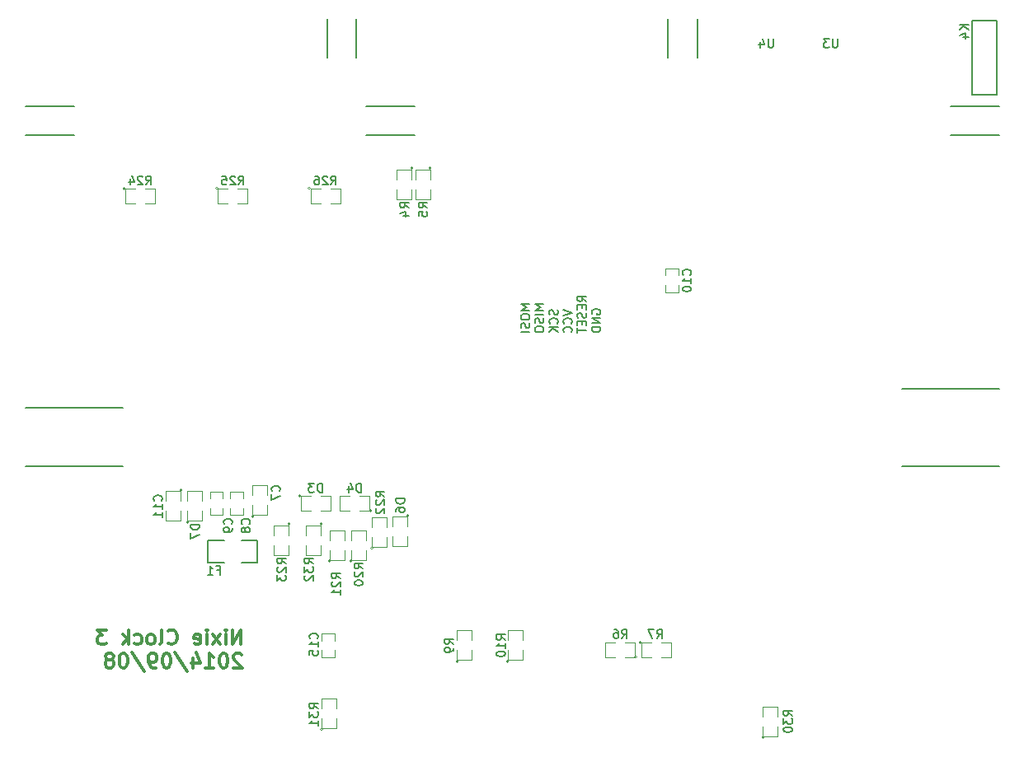
<source format=gbo>
G04 (created by PCBNEW (2013-07-07 BZR 4022)-stable) date 2014/09/08 2:10:31*
%MOIN*%
G04 Gerber Fmt 3.4, Leading zero omitted, Abs format*
%FSLAX34Y34*%
G01*
G70*
G90*
G04 APERTURE LIST*
%ADD10C,0.00590551*%
%ADD11C,0.00787402*%
%ADD12C,0.011811*%
%ADD13C,0.005*%
%ADD14C,0.0039*%
%ADD15C,0.0047*%
G04 APERTURE END LIST*
G54D10*
G54D11*
X1968Y30708D02*
X0Y30708D01*
X13385Y35433D02*
X13385Y33858D01*
X15748Y30708D02*
X13779Y30708D01*
X13779Y31889D02*
X15748Y31889D01*
X25984Y35433D02*
X25984Y33858D01*
X0Y31889D02*
X1968Y31889D01*
X12204Y35433D02*
X12204Y33858D01*
X12204Y35433D02*
X12204Y33858D01*
X27165Y35433D02*
X27165Y33858D01*
X39370Y31889D02*
X37401Y31889D01*
X37401Y30708D02*
X39370Y30708D01*
X0Y31889D02*
X1968Y31889D01*
X3937Y19685D02*
X0Y19685D01*
X0Y17322D02*
X3937Y17322D01*
X39370Y17322D02*
X35433Y17322D01*
X35433Y20472D02*
X39370Y20472D01*
G54D12*
X8717Y10115D02*
X8717Y10705D01*
X8380Y10115D01*
X8380Y10705D01*
X8098Y10115D02*
X8098Y10508D01*
X8098Y10705D02*
X8127Y10677D01*
X8098Y10649D01*
X8070Y10677D01*
X8098Y10705D01*
X8098Y10649D01*
X7874Y10115D02*
X7564Y10508D01*
X7874Y10508D02*
X7564Y10115D01*
X7339Y10115D02*
X7339Y10508D01*
X7339Y10705D02*
X7367Y10677D01*
X7339Y10649D01*
X7311Y10677D01*
X7339Y10705D01*
X7339Y10649D01*
X6833Y10143D02*
X6889Y10115D01*
X7002Y10115D01*
X7058Y10143D01*
X7086Y10199D01*
X7086Y10424D01*
X7058Y10480D01*
X7002Y10508D01*
X6889Y10508D01*
X6833Y10480D01*
X6805Y10424D01*
X6805Y10368D01*
X7086Y10312D01*
X5764Y10171D02*
X5793Y10143D01*
X5877Y10115D01*
X5933Y10115D01*
X6017Y10143D01*
X6074Y10199D01*
X6102Y10255D01*
X6130Y10368D01*
X6130Y10452D01*
X6102Y10565D01*
X6074Y10621D01*
X6017Y10677D01*
X5933Y10705D01*
X5877Y10705D01*
X5793Y10677D01*
X5764Y10649D01*
X5427Y10115D02*
X5483Y10143D01*
X5511Y10199D01*
X5511Y10705D01*
X5118Y10115D02*
X5174Y10143D01*
X5202Y10171D01*
X5230Y10227D01*
X5230Y10396D01*
X5202Y10452D01*
X5174Y10480D01*
X5118Y10508D01*
X5033Y10508D01*
X4977Y10480D01*
X4949Y10452D01*
X4921Y10396D01*
X4921Y10227D01*
X4949Y10171D01*
X4977Y10143D01*
X5033Y10115D01*
X5118Y10115D01*
X4415Y10143D02*
X4471Y10115D01*
X4583Y10115D01*
X4640Y10143D01*
X4668Y10171D01*
X4696Y10227D01*
X4696Y10396D01*
X4668Y10452D01*
X4640Y10480D01*
X4583Y10508D01*
X4471Y10508D01*
X4415Y10480D01*
X4161Y10115D02*
X4161Y10705D01*
X4105Y10340D02*
X3937Y10115D01*
X3937Y10508D02*
X4161Y10284D01*
X3290Y10705D02*
X2924Y10705D01*
X3121Y10480D01*
X3037Y10480D01*
X2980Y10452D01*
X2952Y10424D01*
X2924Y10368D01*
X2924Y10227D01*
X2952Y10171D01*
X2980Y10143D01*
X3037Y10115D01*
X3205Y10115D01*
X3262Y10143D01*
X3290Y10171D01*
X8745Y9704D02*
X8717Y9732D01*
X8661Y9760D01*
X8520Y9760D01*
X8464Y9732D01*
X8436Y9704D01*
X8408Y9648D01*
X8408Y9592D01*
X8436Y9507D01*
X8773Y9170D01*
X8408Y9170D01*
X8042Y9760D02*
X7986Y9760D01*
X7930Y9732D01*
X7902Y9704D01*
X7874Y9648D01*
X7845Y9535D01*
X7845Y9395D01*
X7874Y9282D01*
X7902Y9226D01*
X7930Y9198D01*
X7986Y9170D01*
X8042Y9170D01*
X8098Y9198D01*
X8127Y9226D01*
X8155Y9282D01*
X8183Y9395D01*
X8183Y9535D01*
X8155Y9648D01*
X8127Y9704D01*
X8098Y9732D01*
X8042Y9760D01*
X7283Y9170D02*
X7620Y9170D01*
X7452Y9170D02*
X7452Y9760D01*
X7508Y9676D01*
X7564Y9620D01*
X7620Y9592D01*
X6777Y9564D02*
X6777Y9170D01*
X6917Y9789D02*
X7058Y9367D01*
X6692Y9367D01*
X6046Y9789D02*
X6552Y9029D01*
X5736Y9760D02*
X5680Y9760D01*
X5624Y9732D01*
X5596Y9704D01*
X5568Y9648D01*
X5539Y9535D01*
X5539Y9395D01*
X5568Y9282D01*
X5596Y9226D01*
X5624Y9198D01*
X5680Y9170D01*
X5736Y9170D01*
X5793Y9198D01*
X5821Y9226D01*
X5849Y9282D01*
X5877Y9395D01*
X5877Y9535D01*
X5849Y9648D01*
X5821Y9704D01*
X5793Y9732D01*
X5736Y9760D01*
X5258Y9170D02*
X5146Y9170D01*
X5089Y9198D01*
X5061Y9226D01*
X5005Y9311D01*
X4977Y9423D01*
X4977Y9648D01*
X5005Y9704D01*
X5033Y9732D01*
X5089Y9760D01*
X5202Y9760D01*
X5258Y9732D01*
X5286Y9704D01*
X5314Y9648D01*
X5314Y9507D01*
X5286Y9451D01*
X5258Y9423D01*
X5202Y9395D01*
X5089Y9395D01*
X5033Y9423D01*
X5005Y9451D01*
X4977Y9507D01*
X4302Y9789D02*
X4808Y9029D01*
X3993Y9760D02*
X3937Y9760D01*
X3880Y9732D01*
X3852Y9704D01*
X3824Y9648D01*
X3796Y9535D01*
X3796Y9395D01*
X3824Y9282D01*
X3852Y9226D01*
X3880Y9198D01*
X3937Y9170D01*
X3993Y9170D01*
X4049Y9198D01*
X4077Y9226D01*
X4105Y9282D01*
X4133Y9395D01*
X4133Y9535D01*
X4105Y9648D01*
X4077Y9704D01*
X4049Y9732D01*
X3993Y9760D01*
X3458Y9507D02*
X3515Y9535D01*
X3543Y9564D01*
X3571Y9620D01*
X3571Y9648D01*
X3543Y9704D01*
X3515Y9732D01*
X3458Y9760D01*
X3346Y9760D01*
X3290Y9732D01*
X3262Y9704D01*
X3233Y9648D01*
X3233Y9620D01*
X3262Y9564D01*
X3290Y9535D01*
X3346Y9507D01*
X3458Y9507D01*
X3515Y9479D01*
X3543Y9451D01*
X3571Y9395D01*
X3571Y9282D01*
X3543Y9226D01*
X3515Y9198D01*
X3458Y9170D01*
X3346Y9170D01*
X3290Y9198D01*
X3262Y9226D01*
X3233Y9282D01*
X3233Y9395D01*
X3262Y9451D01*
X3290Y9479D01*
X3346Y9507D01*
G54D11*
X20379Y23875D02*
X20025Y23875D01*
X20278Y23757D01*
X20025Y23638D01*
X20379Y23638D01*
X20025Y23402D02*
X20025Y23335D01*
X20042Y23301D01*
X20075Y23267D01*
X20143Y23250D01*
X20261Y23250D01*
X20329Y23267D01*
X20362Y23301D01*
X20379Y23335D01*
X20379Y23402D01*
X20362Y23436D01*
X20329Y23470D01*
X20261Y23487D01*
X20143Y23487D01*
X20075Y23470D01*
X20042Y23436D01*
X20025Y23402D01*
X20362Y23115D02*
X20379Y23065D01*
X20379Y22980D01*
X20362Y22947D01*
X20345Y22930D01*
X20312Y22913D01*
X20278Y22913D01*
X20244Y22930D01*
X20227Y22947D01*
X20210Y22980D01*
X20194Y23048D01*
X20177Y23082D01*
X20160Y23098D01*
X20126Y23115D01*
X20092Y23115D01*
X20059Y23098D01*
X20042Y23082D01*
X20025Y23048D01*
X20025Y22964D01*
X20042Y22913D01*
X20379Y22761D02*
X20025Y22761D01*
X20954Y23875D02*
X20600Y23875D01*
X20853Y23757D01*
X20600Y23638D01*
X20954Y23638D01*
X20954Y23470D02*
X20600Y23470D01*
X20937Y23318D02*
X20954Y23267D01*
X20954Y23183D01*
X20937Y23149D01*
X20920Y23132D01*
X20886Y23115D01*
X20853Y23115D01*
X20819Y23132D01*
X20802Y23149D01*
X20785Y23183D01*
X20768Y23250D01*
X20751Y23284D01*
X20735Y23301D01*
X20701Y23318D01*
X20667Y23318D01*
X20633Y23301D01*
X20616Y23284D01*
X20600Y23250D01*
X20600Y23166D01*
X20616Y23115D01*
X20600Y22896D02*
X20600Y22829D01*
X20616Y22795D01*
X20650Y22761D01*
X20718Y22744D01*
X20836Y22744D01*
X20903Y22761D01*
X20937Y22795D01*
X20954Y22829D01*
X20954Y22896D01*
X20937Y22930D01*
X20903Y22964D01*
X20836Y22980D01*
X20718Y22980D01*
X20650Y22964D01*
X20616Y22930D01*
X20600Y22896D01*
X21512Y23655D02*
X21529Y23605D01*
X21529Y23520D01*
X21512Y23487D01*
X21495Y23470D01*
X21461Y23453D01*
X21428Y23453D01*
X21394Y23470D01*
X21377Y23487D01*
X21360Y23520D01*
X21343Y23588D01*
X21326Y23622D01*
X21309Y23638D01*
X21276Y23655D01*
X21242Y23655D01*
X21208Y23638D01*
X21191Y23622D01*
X21174Y23588D01*
X21174Y23503D01*
X21191Y23453D01*
X21495Y23098D02*
X21512Y23115D01*
X21529Y23166D01*
X21529Y23200D01*
X21512Y23250D01*
X21478Y23284D01*
X21444Y23301D01*
X21377Y23318D01*
X21326Y23318D01*
X21259Y23301D01*
X21225Y23284D01*
X21191Y23250D01*
X21174Y23200D01*
X21174Y23166D01*
X21191Y23115D01*
X21208Y23098D01*
X21529Y22947D02*
X21174Y22947D01*
X21529Y22744D02*
X21326Y22896D01*
X21174Y22744D02*
X21377Y22947D01*
X21749Y23655D02*
X22104Y23537D01*
X21749Y23419D01*
X22070Y23098D02*
X22087Y23115D01*
X22104Y23166D01*
X22104Y23200D01*
X22087Y23250D01*
X22053Y23284D01*
X22019Y23301D01*
X21952Y23318D01*
X21901Y23318D01*
X21834Y23301D01*
X21800Y23284D01*
X21766Y23250D01*
X21749Y23200D01*
X21749Y23166D01*
X21766Y23115D01*
X21783Y23098D01*
X22070Y22744D02*
X22087Y22761D01*
X22104Y22812D01*
X22104Y22845D01*
X22087Y22896D01*
X22053Y22930D01*
X22019Y22947D01*
X21952Y22964D01*
X21901Y22964D01*
X21834Y22947D01*
X21800Y22930D01*
X21766Y22896D01*
X21749Y22845D01*
X21749Y22812D01*
X21766Y22761D01*
X21783Y22744D01*
X22678Y23993D02*
X22510Y24111D01*
X22678Y24195D02*
X22324Y24195D01*
X22324Y24060D01*
X22341Y24026D01*
X22358Y24010D01*
X22392Y23993D01*
X22442Y23993D01*
X22476Y24010D01*
X22493Y24026D01*
X22510Y24060D01*
X22510Y24195D01*
X22493Y23841D02*
X22493Y23723D01*
X22678Y23672D02*
X22678Y23841D01*
X22324Y23841D01*
X22324Y23672D01*
X22661Y23537D02*
X22678Y23487D01*
X22678Y23402D01*
X22661Y23368D01*
X22645Y23352D01*
X22611Y23335D01*
X22577Y23335D01*
X22543Y23352D01*
X22526Y23368D01*
X22510Y23402D01*
X22493Y23470D01*
X22476Y23503D01*
X22459Y23520D01*
X22425Y23537D01*
X22392Y23537D01*
X22358Y23520D01*
X22341Y23503D01*
X22324Y23470D01*
X22324Y23385D01*
X22341Y23335D01*
X22493Y23183D02*
X22493Y23065D01*
X22678Y23014D02*
X22678Y23183D01*
X22324Y23183D01*
X22324Y23014D01*
X22324Y22913D02*
X22324Y22710D01*
X22678Y22812D02*
X22324Y22812D01*
X22916Y23487D02*
X22899Y23520D01*
X22899Y23571D01*
X22916Y23622D01*
X22949Y23655D01*
X22983Y23672D01*
X23051Y23689D01*
X23101Y23689D01*
X23169Y23672D01*
X23203Y23655D01*
X23236Y23622D01*
X23253Y23571D01*
X23253Y23537D01*
X23236Y23487D01*
X23219Y23470D01*
X23101Y23470D01*
X23101Y23537D01*
X23253Y23318D02*
X22899Y23318D01*
X23253Y23115D01*
X22899Y23115D01*
X23253Y22947D02*
X22899Y22947D01*
X22899Y22862D01*
X22916Y22812D01*
X22949Y22778D01*
X22983Y22761D01*
X23051Y22744D01*
X23101Y22744D01*
X23169Y22761D01*
X23203Y22778D01*
X23236Y22812D01*
X23253Y22862D01*
X23253Y22947D01*
G54D13*
X7385Y13408D02*
X7385Y14308D01*
X7385Y14308D02*
X8035Y14308D01*
X8735Y13408D02*
X9385Y13408D01*
X9385Y13408D02*
X9385Y14308D01*
X9385Y14308D02*
X8735Y14308D01*
X8035Y13408D02*
X7385Y13408D01*
G54D14*
X29868Y6357D02*
G75*
G03X29868Y6357I-50J0D01*
G74*
G01*
X29818Y6807D02*
X29818Y6407D01*
X29818Y6407D02*
X30418Y6407D01*
X30418Y6407D02*
X30418Y6807D01*
X30418Y7207D02*
X30418Y7607D01*
X30418Y7607D02*
X29818Y7607D01*
X29818Y7607D02*
X29818Y7207D01*
X14061Y14015D02*
G75*
G03X14061Y14015I-50J0D01*
G74*
G01*
X14011Y14465D02*
X14011Y14065D01*
X14011Y14065D02*
X14611Y14065D01*
X14611Y14065D02*
X14611Y14465D01*
X14611Y14865D02*
X14611Y15265D01*
X14611Y15265D02*
X14011Y15265D01*
X14011Y15265D02*
X14011Y14865D01*
X9238Y15294D02*
G75*
G03X9238Y15294I-50J0D01*
G74*
G01*
X9188Y15744D02*
X9188Y15344D01*
X9188Y15344D02*
X9788Y15344D01*
X9788Y15344D02*
X9788Y15744D01*
X9788Y16144D02*
X9788Y16544D01*
X9788Y16544D02*
X9188Y16544D01*
X9188Y16544D02*
X9188Y16144D01*
X6334Y16358D02*
G75*
G03X6334Y16358I-50J0D01*
G74*
G01*
X6284Y15908D02*
X6284Y16308D01*
X6284Y16308D02*
X5684Y16308D01*
X5684Y16308D02*
X5684Y15908D01*
X5684Y15508D02*
X5684Y15108D01*
X5684Y15108D02*
X6284Y15108D01*
X6284Y15108D02*
X6284Y15508D01*
X13214Y13483D02*
G75*
G03X13214Y13483I-50J0D01*
G74*
G01*
X13164Y13933D02*
X13164Y13533D01*
X13164Y13533D02*
X13764Y13533D01*
X13764Y13533D02*
X13764Y13933D01*
X13764Y14333D02*
X13764Y14733D01*
X13764Y14733D02*
X13164Y14733D01*
X13164Y14733D02*
X13164Y14333D01*
X12348Y13483D02*
G75*
G03X12348Y13483I-50J0D01*
G74*
G01*
X12298Y13933D02*
X12298Y13533D01*
X12298Y13533D02*
X12898Y13533D01*
X12898Y13533D02*
X12898Y13933D01*
X12898Y14333D02*
X12898Y14733D01*
X12898Y14733D02*
X12298Y14733D01*
X12298Y14733D02*
X12298Y14333D01*
X10704Y14980D02*
G75*
G03X10704Y14980I-50J0D01*
G74*
G01*
X10654Y14530D02*
X10654Y14930D01*
X10654Y14930D02*
X10054Y14930D01*
X10054Y14930D02*
X10054Y14530D01*
X10054Y14130D02*
X10054Y13730D01*
X10054Y13730D02*
X10654Y13730D01*
X10654Y13730D02*
X10654Y14130D01*
X14007Y15526D02*
G75*
G03X14007Y15526I-50J0D01*
G74*
G01*
X13507Y15526D02*
X13907Y15526D01*
X13907Y15526D02*
X13907Y16126D01*
X13907Y16126D02*
X13507Y16126D01*
X13107Y16126D02*
X12707Y16126D01*
X12707Y16126D02*
X12707Y15526D01*
X12707Y15526D02*
X13107Y15526D01*
X12033Y6672D02*
G75*
G03X12033Y6672I-50J0D01*
G74*
G01*
X11983Y7122D02*
X11983Y6722D01*
X11983Y6722D02*
X12583Y6722D01*
X12583Y6722D02*
X12583Y7122D01*
X12583Y7522D02*
X12583Y7922D01*
X12583Y7922D02*
X11983Y7922D01*
X11983Y7922D02*
X11983Y7522D01*
X15674Y29390D02*
G75*
G03X15674Y29390I-50J0D01*
G74*
G01*
X15624Y28940D02*
X15624Y29340D01*
X15624Y29340D02*
X15024Y29340D01*
X15024Y29340D02*
X15024Y28940D01*
X15024Y28540D02*
X15024Y28140D01*
X15024Y28140D02*
X15624Y28140D01*
X15624Y28140D02*
X15624Y28540D01*
X16422Y29390D02*
G75*
G03X16422Y29390I-50J0D01*
G74*
G01*
X16372Y28940D02*
X16372Y29340D01*
X16372Y29340D02*
X15772Y29340D01*
X15772Y29340D02*
X15772Y28940D01*
X15772Y28540D02*
X15772Y28140D01*
X15772Y28140D02*
X16372Y28140D01*
X16372Y28140D02*
X16372Y28540D01*
X24901Y10201D02*
G75*
G03X24901Y10201I-50J0D01*
G74*
G01*
X25301Y10201D02*
X24901Y10201D01*
X24901Y10201D02*
X24901Y9601D01*
X24901Y9601D02*
X25301Y9601D01*
X25701Y9601D02*
X26101Y9601D01*
X26101Y9601D02*
X26101Y10201D01*
X26101Y10201D02*
X25701Y10201D01*
X4045Y28567D02*
G75*
G03X4045Y28567I-50J0D01*
G74*
G01*
X4445Y28567D02*
X4045Y28567D01*
X4045Y28567D02*
X4045Y27967D01*
X4045Y27967D02*
X4445Y27967D01*
X4845Y27967D02*
X5245Y27967D01*
X5245Y27967D02*
X5245Y28567D01*
X5245Y28567D02*
X4845Y28567D01*
X17504Y9427D02*
G75*
G03X17504Y9427I-50J0D01*
G74*
G01*
X17454Y9877D02*
X17454Y9477D01*
X17454Y9477D02*
X18054Y9477D01*
X18054Y9477D02*
X18054Y9877D01*
X18054Y10277D02*
X18054Y10677D01*
X18054Y10677D02*
X17454Y10677D01*
X17454Y10677D02*
X17454Y10277D01*
X19551Y9427D02*
G75*
G03X19551Y9427I-50J0D01*
G74*
G01*
X19501Y9877D02*
X19501Y9477D01*
X19501Y9477D02*
X20101Y9477D01*
X20101Y9477D02*
X20101Y9877D01*
X20101Y10277D02*
X20101Y10677D01*
X20101Y10677D02*
X19501Y10677D01*
X19501Y10677D02*
X19501Y10277D01*
X7785Y28567D02*
G75*
G03X7785Y28567I-50J0D01*
G74*
G01*
X8185Y28567D02*
X7785Y28567D01*
X7785Y28567D02*
X7785Y27967D01*
X7785Y27967D02*
X8185Y27967D01*
X8585Y27967D02*
X8985Y27967D01*
X8985Y27967D02*
X8985Y28567D01*
X8985Y28567D02*
X8585Y28567D01*
X11525Y28567D02*
G75*
G03X11525Y28567I-50J0D01*
G74*
G01*
X11925Y28567D02*
X11525Y28567D01*
X11525Y28567D02*
X11525Y27967D01*
X11525Y27967D02*
X11925Y27967D01*
X12325Y27967D02*
X12725Y27967D01*
X12725Y27967D02*
X12725Y28567D01*
X12725Y28567D02*
X12325Y28567D01*
X24725Y9601D02*
G75*
G03X24725Y9601I-50J0D01*
G74*
G01*
X24225Y9601D02*
X24625Y9601D01*
X24625Y9601D02*
X24625Y10201D01*
X24625Y10201D02*
X24225Y10201D01*
X23825Y10201D02*
X23425Y10201D01*
X23425Y10201D02*
X23425Y9601D01*
X23425Y9601D02*
X23825Y9601D01*
X11132Y16126D02*
G75*
G03X11132Y16126I-50J0D01*
G74*
G01*
X11532Y16126D02*
X11132Y16126D01*
X11132Y16126D02*
X11132Y15526D01*
X11132Y15526D02*
X11532Y15526D01*
X11932Y15526D02*
X12332Y15526D01*
X12332Y15526D02*
X12332Y16126D01*
X12332Y16126D02*
X11932Y16126D01*
G54D15*
X8287Y16023D02*
X8287Y16298D01*
X8287Y15629D02*
X8287Y15354D01*
X8799Y16023D02*
X8799Y16298D01*
X8799Y15354D02*
X8799Y15629D01*
X8793Y16298D02*
X8293Y16298D01*
X8293Y15354D02*
X8793Y15354D01*
X7460Y16023D02*
X7460Y16298D01*
X7460Y15629D02*
X7460Y15354D01*
X7972Y16023D02*
X7972Y16298D01*
X7972Y15354D02*
X7972Y15629D01*
X7966Y16298D02*
X7466Y16298D01*
X7466Y15354D02*
X7966Y15354D01*
X12498Y9880D02*
X12498Y9605D01*
X12498Y10274D02*
X12498Y10549D01*
X11986Y9880D02*
X11986Y9605D01*
X11986Y10549D02*
X11986Y10274D01*
X11992Y9605D02*
X12492Y9605D01*
X12492Y10549D02*
X11992Y10549D01*
X25888Y25042D02*
X25888Y25317D01*
X25888Y24648D02*
X25888Y24373D01*
X26400Y25042D02*
X26400Y25317D01*
X26400Y24373D02*
X26400Y24648D01*
X26394Y25317D02*
X25894Y25317D01*
X25894Y24373D02*
X26394Y24373D01*
G54D10*
X38279Y35358D02*
X38279Y32358D01*
X38279Y32358D02*
X39279Y32358D01*
X39279Y32358D02*
X39279Y35358D01*
X39279Y35358D02*
X38279Y35358D01*
G54D14*
X15507Y15335D02*
G75*
G03X15507Y15335I-50J0D01*
G74*
G01*
X15457Y14885D02*
X15457Y15285D01*
X15457Y15285D02*
X14857Y15285D01*
X14857Y15285D02*
X14857Y14885D01*
X14857Y14485D02*
X14857Y14085D01*
X14857Y14085D02*
X15457Y14085D01*
X15457Y14085D02*
X15457Y14485D01*
X6600Y15058D02*
G75*
G03X6600Y15058I-50J0D01*
G74*
G01*
X6550Y15508D02*
X6550Y15108D01*
X6550Y15108D02*
X7150Y15108D01*
X7150Y15108D02*
X7150Y15508D01*
X7150Y15908D02*
X7150Y16308D01*
X7150Y16308D02*
X6550Y16308D01*
X6550Y16308D02*
X6550Y15908D01*
X12003Y14980D02*
G75*
G03X12003Y14980I-50J0D01*
G74*
G01*
X11953Y14530D02*
X11953Y14930D01*
X11953Y14930D02*
X11353Y14930D01*
X11353Y14930D02*
X11353Y14530D01*
X11353Y14130D02*
X11353Y13730D01*
X11353Y13730D02*
X11953Y13730D01*
X11953Y13730D02*
X11953Y14130D01*
G54D11*
X7755Y13113D02*
X7874Y13113D01*
X7874Y12927D02*
X7874Y13281D01*
X7705Y13281D01*
X7384Y12927D02*
X7587Y12927D01*
X7485Y12927D02*
X7485Y13281D01*
X7519Y13231D01*
X7553Y13197D01*
X7587Y13180D01*
X31009Y7235D02*
X30840Y7353D01*
X31009Y7438D02*
X30655Y7438D01*
X30655Y7303D01*
X30672Y7269D01*
X30688Y7252D01*
X30722Y7235D01*
X30773Y7235D01*
X30807Y7252D01*
X30823Y7269D01*
X30840Y7303D01*
X30840Y7438D01*
X30655Y7117D02*
X30655Y6898D01*
X30790Y7016D01*
X30790Y6965D01*
X30807Y6931D01*
X30823Y6915D01*
X30857Y6898D01*
X30942Y6898D01*
X30975Y6915D01*
X30992Y6931D01*
X31009Y6965D01*
X31009Y7066D01*
X30992Y7100D01*
X30975Y7117D01*
X30655Y6678D02*
X30655Y6645D01*
X30672Y6611D01*
X30688Y6594D01*
X30722Y6577D01*
X30790Y6560D01*
X30874Y6560D01*
X30942Y6577D01*
X30975Y6594D01*
X30992Y6611D01*
X31009Y6645D01*
X31009Y6678D01*
X30992Y6712D01*
X30975Y6729D01*
X30942Y6746D01*
X30874Y6763D01*
X30790Y6763D01*
X30722Y6746D01*
X30688Y6729D01*
X30672Y6712D01*
X30655Y6678D01*
X14513Y16093D02*
X14344Y16212D01*
X14513Y16296D02*
X14159Y16296D01*
X14159Y16161D01*
X14176Y16127D01*
X14192Y16110D01*
X14226Y16093D01*
X14277Y16093D01*
X14311Y16110D01*
X14327Y16127D01*
X14344Y16161D01*
X14344Y16296D01*
X14192Y15958D02*
X14176Y15942D01*
X14159Y15908D01*
X14159Y15823D01*
X14176Y15790D01*
X14192Y15773D01*
X14226Y15756D01*
X14260Y15756D01*
X14311Y15773D01*
X14513Y15975D01*
X14513Y15756D01*
X14192Y15621D02*
X14176Y15604D01*
X14159Y15570D01*
X14159Y15486D01*
X14176Y15452D01*
X14192Y15435D01*
X14226Y15419D01*
X14260Y15419D01*
X14311Y15435D01*
X14513Y15638D01*
X14513Y15419D01*
X10267Y16318D02*
X10284Y16335D01*
X10300Y16386D01*
X10300Y16420D01*
X10284Y16470D01*
X10250Y16504D01*
X10216Y16521D01*
X10149Y16538D01*
X10098Y16538D01*
X10030Y16521D01*
X9997Y16504D01*
X9963Y16470D01*
X9946Y16420D01*
X9946Y16386D01*
X9963Y16335D01*
X9980Y16318D01*
X9946Y16200D02*
X9946Y15964D01*
X10300Y16116D01*
X5503Y15936D02*
X5520Y15953D01*
X5537Y16003D01*
X5537Y16037D01*
X5520Y16088D01*
X5486Y16122D01*
X5452Y16138D01*
X5385Y16155D01*
X5334Y16155D01*
X5267Y16138D01*
X5233Y16122D01*
X5199Y16088D01*
X5182Y16037D01*
X5182Y16003D01*
X5199Y15953D01*
X5216Y15936D01*
X5537Y15598D02*
X5537Y15801D01*
X5537Y15700D02*
X5182Y15700D01*
X5233Y15733D01*
X5267Y15767D01*
X5284Y15801D01*
X5537Y15261D02*
X5537Y15464D01*
X5537Y15362D02*
X5182Y15362D01*
X5233Y15396D01*
X5267Y15430D01*
X5284Y15464D01*
X13647Y13180D02*
X13478Y13298D01*
X13647Y13383D02*
X13293Y13383D01*
X13293Y13248D01*
X13309Y13214D01*
X13326Y13197D01*
X13360Y13180D01*
X13411Y13180D01*
X13444Y13197D01*
X13461Y13214D01*
X13478Y13248D01*
X13478Y13383D01*
X13326Y13045D02*
X13309Y13028D01*
X13293Y12994D01*
X13293Y12910D01*
X13309Y12876D01*
X13326Y12859D01*
X13360Y12843D01*
X13394Y12843D01*
X13444Y12859D01*
X13647Y13062D01*
X13647Y12843D01*
X13293Y12623D02*
X13293Y12589D01*
X13309Y12556D01*
X13326Y12539D01*
X13360Y12522D01*
X13428Y12505D01*
X13512Y12505D01*
X13579Y12522D01*
X13613Y12539D01*
X13630Y12556D01*
X13647Y12589D01*
X13647Y12623D01*
X13630Y12657D01*
X13613Y12674D01*
X13579Y12691D01*
X13512Y12708D01*
X13428Y12708D01*
X13360Y12691D01*
X13326Y12674D01*
X13309Y12657D01*
X13293Y12623D01*
X12741Y12786D02*
X12573Y12904D01*
X12741Y12989D02*
X12387Y12989D01*
X12387Y12854D01*
X12404Y12820D01*
X12421Y12803D01*
X12455Y12786D01*
X12505Y12786D01*
X12539Y12803D01*
X12556Y12820D01*
X12573Y12854D01*
X12573Y12989D01*
X12421Y12651D02*
X12404Y12634D01*
X12387Y12601D01*
X12387Y12516D01*
X12404Y12483D01*
X12421Y12466D01*
X12455Y12449D01*
X12488Y12449D01*
X12539Y12466D01*
X12741Y12668D01*
X12741Y12449D01*
X12741Y12111D02*
X12741Y12314D01*
X12741Y12213D02*
X12387Y12213D01*
X12438Y12246D01*
X12471Y12280D01*
X12488Y12314D01*
X10537Y13377D02*
X10368Y13495D01*
X10537Y13579D02*
X10182Y13579D01*
X10182Y13444D01*
X10199Y13411D01*
X10216Y13394D01*
X10250Y13377D01*
X10300Y13377D01*
X10334Y13394D01*
X10351Y13411D01*
X10368Y13444D01*
X10368Y13579D01*
X10216Y13242D02*
X10199Y13225D01*
X10182Y13191D01*
X10182Y13107D01*
X10199Y13073D01*
X10216Y13056D01*
X10250Y13039D01*
X10284Y13039D01*
X10334Y13056D01*
X10537Y13259D01*
X10537Y13039D01*
X10182Y12921D02*
X10182Y12702D01*
X10317Y12820D01*
X10317Y12769D01*
X10334Y12736D01*
X10351Y12719D01*
X10385Y12702D01*
X10469Y12702D01*
X10503Y12719D01*
X10520Y12736D01*
X10537Y12769D01*
X10537Y12871D01*
X10520Y12904D01*
X10503Y12921D01*
X13568Y16273D02*
X13568Y16628D01*
X13484Y16628D01*
X13433Y16611D01*
X13399Y16577D01*
X13383Y16543D01*
X13366Y16476D01*
X13366Y16425D01*
X13383Y16358D01*
X13399Y16324D01*
X13433Y16290D01*
X13484Y16273D01*
X13568Y16273D01*
X13062Y16510D02*
X13062Y16273D01*
X13146Y16645D02*
X13231Y16392D01*
X13011Y16392D01*
X11836Y7511D02*
X11667Y7629D01*
X11836Y7713D02*
X11482Y7713D01*
X11482Y7578D01*
X11498Y7544D01*
X11515Y7528D01*
X11549Y7511D01*
X11600Y7511D01*
X11633Y7528D01*
X11650Y7544D01*
X11667Y7578D01*
X11667Y7713D01*
X11482Y7393D02*
X11482Y7173D01*
X11616Y7291D01*
X11616Y7241D01*
X11633Y7207D01*
X11650Y7190D01*
X11684Y7173D01*
X11768Y7173D01*
X11802Y7190D01*
X11819Y7207D01*
X11836Y7241D01*
X11836Y7342D01*
X11819Y7376D01*
X11802Y7393D01*
X11836Y6836D02*
X11836Y7038D01*
X11836Y6937D02*
X11482Y6937D01*
X11532Y6971D01*
X11566Y7005D01*
X11583Y7038D01*
X15497Y27775D02*
X15329Y27893D01*
X15497Y27978D02*
X15143Y27978D01*
X15143Y27843D01*
X15160Y27809D01*
X15177Y27792D01*
X15210Y27775D01*
X15261Y27775D01*
X15295Y27792D01*
X15312Y27809D01*
X15329Y27843D01*
X15329Y27978D01*
X15261Y27471D02*
X15497Y27471D01*
X15126Y27556D02*
X15379Y27640D01*
X15379Y27421D01*
X16245Y27775D02*
X16077Y27893D01*
X16245Y27978D02*
X15891Y27978D01*
X15891Y27843D01*
X15908Y27809D01*
X15925Y27792D01*
X15958Y27775D01*
X16009Y27775D01*
X16043Y27792D01*
X16060Y27809D01*
X16077Y27843D01*
X16077Y27978D01*
X15891Y27455D02*
X15891Y27623D01*
X16060Y27640D01*
X16043Y27623D01*
X16026Y27589D01*
X16026Y27505D01*
X16043Y27471D01*
X16060Y27455D01*
X16093Y27438D01*
X16178Y27438D01*
X16212Y27455D01*
X16228Y27471D01*
X16245Y27505D01*
X16245Y27589D01*
X16228Y27623D01*
X16212Y27640D01*
X25531Y10368D02*
X25649Y10537D01*
X25733Y10368D02*
X25733Y10722D01*
X25598Y10722D01*
X25565Y10705D01*
X25548Y10688D01*
X25531Y10655D01*
X25531Y10604D01*
X25548Y10570D01*
X25565Y10553D01*
X25598Y10537D01*
X25733Y10537D01*
X25413Y10722D02*
X25177Y10722D01*
X25329Y10368D01*
X4873Y28714D02*
X4991Y28883D01*
X5075Y28714D02*
X5075Y29069D01*
X4940Y29069D01*
X4907Y29052D01*
X4890Y29035D01*
X4873Y29001D01*
X4873Y28951D01*
X4890Y28917D01*
X4907Y28900D01*
X4940Y28883D01*
X5075Y28883D01*
X4738Y29035D02*
X4721Y29052D01*
X4687Y29069D01*
X4603Y29069D01*
X4569Y29052D01*
X4552Y29035D01*
X4535Y29001D01*
X4535Y28967D01*
X4552Y28917D01*
X4755Y28714D01*
X4535Y28714D01*
X4232Y28951D02*
X4232Y28714D01*
X4316Y29086D02*
X4401Y28832D01*
X4181Y28832D01*
X17308Y10137D02*
X17140Y10255D01*
X17308Y10340D02*
X16954Y10340D01*
X16954Y10205D01*
X16971Y10171D01*
X16988Y10154D01*
X17021Y10137D01*
X17072Y10137D01*
X17106Y10154D01*
X17123Y10171D01*
X17140Y10205D01*
X17140Y10340D01*
X17308Y9969D02*
X17308Y9901D01*
X17291Y9867D01*
X17275Y9850D01*
X17224Y9817D01*
X17156Y9800D01*
X17021Y9800D01*
X16988Y9817D01*
X16971Y9834D01*
X16954Y9867D01*
X16954Y9935D01*
X16971Y9969D01*
X16988Y9985D01*
X17021Y10002D01*
X17106Y10002D01*
X17140Y9985D01*
X17156Y9969D01*
X17173Y9935D01*
X17173Y9867D01*
X17156Y9834D01*
X17140Y9817D01*
X17106Y9800D01*
X19395Y10306D02*
X19226Y10424D01*
X19395Y10508D02*
X19041Y10508D01*
X19041Y10374D01*
X19057Y10340D01*
X19074Y10323D01*
X19108Y10306D01*
X19159Y10306D01*
X19192Y10323D01*
X19209Y10340D01*
X19226Y10374D01*
X19226Y10508D01*
X19395Y9969D02*
X19395Y10171D01*
X19395Y10070D02*
X19041Y10070D01*
X19091Y10104D01*
X19125Y10137D01*
X19142Y10171D01*
X19041Y9749D02*
X19041Y9715D01*
X19057Y9682D01*
X19074Y9665D01*
X19108Y9648D01*
X19176Y9631D01*
X19260Y9631D01*
X19327Y9648D01*
X19361Y9665D01*
X19378Y9682D01*
X19395Y9715D01*
X19395Y9749D01*
X19378Y9783D01*
X19361Y9800D01*
X19327Y9817D01*
X19260Y9834D01*
X19176Y9834D01*
X19108Y9817D01*
X19074Y9800D01*
X19057Y9783D01*
X19041Y9749D01*
X8613Y28714D02*
X8731Y28883D01*
X8816Y28714D02*
X8816Y29069D01*
X8681Y29069D01*
X8647Y29052D01*
X8630Y29035D01*
X8613Y29001D01*
X8613Y28951D01*
X8630Y28917D01*
X8647Y28900D01*
X8681Y28883D01*
X8816Y28883D01*
X8478Y29035D02*
X8461Y29052D01*
X8428Y29069D01*
X8343Y29069D01*
X8309Y29052D01*
X8293Y29035D01*
X8276Y29001D01*
X8276Y28967D01*
X8293Y28917D01*
X8495Y28714D01*
X8276Y28714D01*
X7955Y29069D02*
X8124Y29069D01*
X8141Y28900D01*
X8124Y28917D01*
X8090Y28934D01*
X8006Y28934D01*
X7972Y28917D01*
X7955Y28900D01*
X7938Y28866D01*
X7938Y28782D01*
X7955Y28748D01*
X7972Y28731D01*
X8006Y28714D01*
X8090Y28714D01*
X8124Y28731D01*
X8141Y28748D01*
X12353Y28714D02*
X12471Y28883D01*
X12556Y28714D02*
X12556Y29069D01*
X12421Y29069D01*
X12387Y29052D01*
X12370Y29035D01*
X12353Y29001D01*
X12353Y28951D01*
X12370Y28917D01*
X12387Y28900D01*
X12421Y28883D01*
X12556Y28883D01*
X12218Y29035D02*
X12201Y29052D01*
X12168Y29069D01*
X12083Y29069D01*
X12050Y29052D01*
X12033Y29035D01*
X12016Y29001D01*
X12016Y28967D01*
X12033Y28917D01*
X12235Y28714D01*
X12016Y28714D01*
X11712Y29069D02*
X11780Y29069D01*
X11813Y29052D01*
X11830Y29035D01*
X11864Y28984D01*
X11881Y28917D01*
X11881Y28782D01*
X11864Y28748D01*
X11847Y28731D01*
X11813Y28714D01*
X11746Y28714D01*
X11712Y28731D01*
X11695Y28748D01*
X11678Y28782D01*
X11678Y28866D01*
X11695Y28900D01*
X11712Y28917D01*
X11746Y28934D01*
X11813Y28934D01*
X11847Y28917D01*
X11864Y28900D01*
X11881Y28866D01*
X24114Y10368D02*
X24232Y10537D01*
X24316Y10368D02*
X24316Y10722D01*
X24181Y10722D01*
X24147Y10705D01*
X24131Y10688D01*
X24114Y10655D01*
X24114Y10604D01*
X24131Y10570D01*
X24147Y10553D01*
X24181Y10537D01*
X24316Y10537D01*
X23810Y10722D02*
X23877Y10722D01*
X23911Y10705D01*
X23928Y10688D01*
X23962Y10638D01*
X23979Y10570D01*
X23979Y10435D01*
X23962Y10402D01*
X23945Y10385D01*
X23911Y10368D01*
X23844Y10368D01*
X23810Y10385D01*
X23793Y10402D01*
X23776Y10435D01*
X23776Y10520D01*
X23793Y10553D01*
X23810Y10570D01*
X23844Y10587D01*
X23911Y10587D01*
X23945Y10570D01*
X23962Y10553D01*
X23979Y10520D01*
X11993Y16273D02*
X11993Y16628D01*
X11909Y16628D01*
X11858Y16611D01*
X11825Y16577D01*
X11808Y16543D01*
X11791Y16476D01*
X11791Y16425D01*
X11808Y16358D01*
X11825Y16324D01*
X11858Y16290D01*
X11909Y16273D01*
X11993Y16273D01*
X11673Y16628D02*
X11453Y16628D01*
X11571Y16493D01*
X11521Y16493D01*
X11487Y16476D01*
X11470Y16459D01*
X11453Y16425D01*
X11453Y16341D01*
X11470Y16307D01*
X11487Y16290D01*
X11521Y16273D01*
X11622Y16273D01*
X11656Y16290D01*
X11673Y16307D01*
X9046Y14980D02*
X9063Y14997D01*
X9080Y15047D01*
X9080Y15081D01*
X9063Y15132D01*
X9029Y15165D01*
X8996Y15182D01*
X8928Y15199D01*
X8877Y15199D01*
X8810Y15182D01*
X8776Y15165D01*
X8742Y15132D01*
X8726Y15081D01*
X8726Y15047D01*
X8742Y14997D01*
X8759Y14980D01*
X8877Y14777D02*
X8861Y14811D01*
X8844Y14828D01*
X8810Y14845D01*
X8793Y14845D01*
X8759Y14828D01*
X8742Y14811D01*
X8726Y14777D01*
X8726Y14710D01*
X8742Y14676D01*
X8759Y14659D01*
X8793Y14642D01*
X8810Y14642D01*
X8844Y14659D01*
X8861Y14676D01*
X8877Y14710D01*
X8877Y14777D01*
X8894Y14811D01*
X8911Y14828D01*
X8945Y14845D01*
X9012Y14845D01*
X9046Y14828D01*
X9063Y14811D01*
X9080Y14777D01*
X9080Y14710D01*
X9063Y14676D01*
X9046Y14659D01*
X9012Y14642D01*
X8945Y14642D01*
X8911Y14659D01*
X8894Y14676D01*
X8877Y14710D01*
X8338Y14980D02*
X8354Y14997D01*
X8371Y15047D01*
X8371Y15081D01*
X8354Y15132D01*
X8321Y15165D01*
X8287Y15182D01*
X8219Y15199D01*
X8169Y15199D01*
X8101Y15182D01*
X8068Y15165D01*
X8034Y15132D01*
X8017Y15081D01*
X8017Y15047D01*
X8034Y14997D01*
X8051Y14980D01*
X8371Y14811D02*
X8371Y14744D01*
X8354Y14710D01*
X8338Y14693D01*
X8287Y14659D01*
X8219Y14642D01*
X8084Y14642D01*
X8051Y14659D01*
X8034Y14676D01*
X8017Y14710D01*
X8017Y14777D01*
X8034Y14811D01*
X8051Y14828D01*
X8084Y14845D01*
X8169Y14845D01*
X8203Y14828D01*
X8219Y14811D01*
X8236Y14777D01*
X8236Y14710D01*
X8219Y14676D01*
X8203Y14659D01*
X8169Y14642D01*
X11802Y10345D02*
X11819Y10362D01*
X11836Y10413D01*
X11836Y10447D01*
X11819Y10497D01*
X11785Y10531D01*
X11751Y10548D01*
X11684Y10565D01*
X11633Y10565D01*
X11566Y10548D01*
X11532Y10531D01*
X11498Y10497D01*
X11482Y10447D01*
X11482Y10413D01*
X11498Y10362D01*
X11515Y10345D01*
X11836Y10008D02*
X11836Y10210D01*
X11836Y10109D02*
X11482Y10109D01*
X11532Y10143D01*
X11566Y10177D01*
X11583Y10210D01*
X11482Y9687D02*
X11482Y9856D01*
X11650Y9873D01*
X11633Y9856D01*
X11616Y9822D01*
X11616Y9738D01*
X11633Y9704D01*
X11650Y9687D01*
X11684Y9670D01*
X11768Y9670D01*
X11802Y9687D01*
X11819Y9704D01*
X11836Y9738D01*
X11836Y9822D01*
X11819Y9856D01*
X11802Y9873D01*
X26881Y25070D02*
X26898Y25087D01*
X26915Y25137D01*
X26915Y25171D01*
X26898Y25222D01*
X26864Y25255D01*
X26830Y25272D01*
X26763Y25289D01*
X26712Y25289D01*
X26645Y25272D01*
X26611Y25255D01*
X26577Y25222D01*
X26560Y25171D01*
X26560Y25137D01*
X26577Y25087D01*
X26594Y25070D01*
X26915Y24732D02*
X26915Y24935D01*
X26915Y24834D02*
X26560Y24834D01*
X26611Y24867D01*
X26645Y24901D01*
X26661Y24935D01*
X26560Y24513D02*
X26560Y24479D01*
X26577Y24446D01*
X26594Y24429D01*
X26628Y24412D01*
X26695Y24395D01*
X26780Y24395D01*
X26847Y24412D01*
X26881Y24429D01*
X26898Y24446D01*
X26915Y24479D01*
X26915Y24513D01*
X26898Y24547D01*
X26881Y24564D01*
X26847Y24580D01*
X26780Y24597D01*
X26695Y24597D01*
X26628Y24580D01*
X26594Y24564D01*
X26577Y24547D01*
X26560Y24513D01*
X32829Y34620D02*
X32829Y34333D01*
X32812Y34299D01*
X32795Y34282D01*
X32761Y34266D01*
X32694Y34266D01*
X32660Y34282D01*
X32643Y34299D01*
X32626Y34333D01*
X32626Y34620D01*
X32491Y34620D02*
X32272Y34620D01*
X32390Y34485D01*
X32339Y34485D01*
X32305Y34468D01*
X32289Y34451D01*
X32272Y34417D01*
X32272Y34333D01*
X32289Y34299D01*
X32305Y34282D01*
X32339Y34266D01*
X32440Y34266D01*
X32474Y34282D01*
X32491Y34299D01*
X30230Y34620D02*
X30230Y34333D01*
X30213Y34299D01*
X30196Y34282D01*
X30163Y34266D01*
X30095Y34266D01*
X30061Y34282D01*
X30044Y34299D01*
X30028Y34333D01*
X30028Y34620D01*
X29707Y34502D02*
X29707Y34266D01*
X29791Y34637D02*
X29876Y34384D01*
X29656Y34384D01*
X38135Y35182D02*
X37781Y35182D01*
X38135Y34980D02*
X37933Y35132D01*
X37781Y34980D02*
X37983Y35182D01*
X37899Y34676D02*
X38135Y34676D01*
X37764Y34760D02*
X38017Y34845D01*
X38017Y34625D01*
X15340Y16009D02*
X14985Y16009D01*
X14985Y15925D01*
X15002Y15874D01*
X15036Y15840D01*
X15070Y15823D01*
X15137Y15807D01*
X15188Y15807D01*
X15255Y15823D01*
X15289Y15840D01*
X15323Y15874D01*
X15340Y15925D01*
X15340Y16009D01*
X14985Y15503D02*
X14985Y15570D01*
X15002Y15604D01*
X15019Y15621D01*
X15070Y15655D01*
X15137Y15672D01*
X15272Y15672D01*
X15306Y15655D01*
X15323Y15638D01*
X15340Y15604D01*
X15340Y15537D01*
X15323Y15503D01*
X15306Y15486D01*
X15272Y15469D01*
X15188Y15469D01*
X15154Y15486D01*
X15137Y15503D01*
X15120Y15537D01*
X15120Y15604D01*
X15137Y15638D01*
X15154Y15655D01*
X15188Y15672D01*
X7033Y14946D02*
X6678Y14946D01*
X6678Y14862D01*
X6695Y14811D01*
X6729Y14777D01*
X6763Y14760D01*
X6830Y14744D01*
X6881Y14744D01*
X6948Y14760D01*
X6982Y14777D01*
X7016Y14811D01*
X7033Y14862D01*
X7033Y14946D01*
X6678Y14625D02*
X6678Y14389D01*
X7033Y14541D01*
X11639Y13377D02*
X11470Y13495D01*
X11639Y13579D02*
X11285Y13579D01*
X11285Y13444D01*
X11302Y13411D01*
X11318Y13394D01*
X11352Y13377D01*
X11403Y13377D01*
X11437Y13394D01*
X11453Y13411D01*
X11470Y13444D01*
X11470Y13579D01*
X11285Y13259D02*
X11285Y13039D01*
X11420Y13158D01*
X11420Y13107D01*
X11437Y13073D01*
X11453Y13056D01*
X11487Y13039D01*
X11571Y13039D01*
X11605Y13056D01*
X11622Y13073D01*
X11639Y13107D01*
X11639Y13208D01*
X11622Y13242D01*
X11605Y13259D01*
X11318Y12904D02*
X11302Y12888D01*
X11285Y12854D01*
X11285Y12769D01*
X11302Y12736D01*
X11318Y12719D01*
X11352Y12702D01*
X11386Y12702D01*
X11437Y12719D01*
X11639Y12921D01*
X11639Y12702D01*
M02*

</source>
